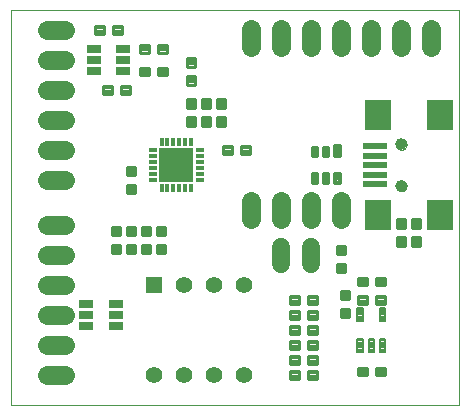
<source format=gts>
G75*
%MOIN*%
%OFA0B0*%
%FSLAX25Y25*%
%IPPOS*%
%LPD*%
%AMOC8*
5,1,8,0,0,1.08239X$1,22.5*
%
%ADD10C,0.00000*%
%ADD11C,0.01065*%
%ADD12C,0.06400*%
%ADD13C,0.06000*%
%ADD14C,0.05550*%
%ADD15R,0.05550X0.05550*%
%ADD16C,0.01381*%
%ADD17R,0.03156X0.01384*%
%ADD18R,0.01384X0.03156*%
%ADD19R,0.11227X0.11227*%
%ADD20C,0.00770*%
%ADD21R,0.09061X0.10243*%
%ADD22R,0.08274X0.02369*%
%ADD23C,0.03943*%
%ADD24R,0.04731X0.02762*%
D10*
X0030000Y0001800D02*
X0030000Y0133650D01*
X0179350Y0133650D01*
X0179350Y0001800D01*
X0030000Y0001800D01*
X0158228Y0074910D02*
X0158230Y0074994D01*
X0158236Y0075077D01*
X0158246Y0075160D01*
X0158260Y0075243D01*
X0158277Y0075325D01*
X0158299Y0075406D01*
X0158324Y0075485D01*
X0158353Y0075564D01*
X0158386Y0075641D01*
X0158422Y0075716D01*
X0158462Y0075790D01*
X0158505Y0075862D01*
X0158552Y0075931D01*
X0158602Y0075998D01*
X0158655Y0076063D01*
X0158711Y0076125D01*
X0158769Y0076185D01*
X0158831Y0076242D01*
X0158895Y0076295D01*
X0158962Y0076346D01*
X0159031Y0076393D01*
X0159102Y0076438D01*
X0159175Y0076478D01*
X0159250Y0076515D01*
X0159327Y0076549D01*
X0159405Y0076579D01*
X0159484Y0076605D01*
X0159565Y0076628D01*
X0159647Y0076646D01*
X0159729Y0076661D01*
X0159812Y0076672D01*
X0159895Y0076679D01*
X0159979Y0076682D01*
X0160063Y0076681D01*
X0160146Y0076676D01*
X0160230Y0076667D01*
X0160312Y0076654D01*
X0160394Y0076638D01*
X0160475Y0076617D01*
X0160556Y0076593D01*
X0160634Y0076565D01*
X0160712Y0076533D01*
X0160788Y0076497D01*
X0160862Y0076458D01*
X0160934Y0076416D01*
X0161004Y0076370D01*
X0161072Y0076321D01*
X0161137Y0076269D01*
X0161200Y0076214D01*
X0161260Y0076156D01*
X0161318Y0076095D01*
X0161372Y0076031D01*
X0161424Y0075965D01*
X0161472Y0075897D01*
X0161517Y0075826D01*
X0161558Y0075753D01*
X0161597Y0075679D01*
X0161631Y0075603D01*
X0161662Y0075525D01*
X0161689Y0075446D01*
X0161713Y0075365D01*
X0161732Y0075284D01*
X0161748Y0075202D01*
X0161760Y0075119D01*
X0161768Y0075035D01*
X0161772Y0074952D01*
X0161772Y0074868D01*
X0161768Y0074785D01*
X0161760Y0074701D01*
X0161748Y0074618D01*
X0161732Y0074536D01*
X0161713Y0074455D01*
X0161689Y0074374D01*
X0161662Y0074295D01*
X0161631Y0074217D01*
X0161597Y0074141D01*
X0161558Y0074067D01*
X0161517Y0073994D01*
X0161472Y0073923D01*
X0161424Y0073855D01*
X0161372Y0073789D01*
X0161318Y0073725D01*
X0161260Y0073664D01*
X0161200Y0073606D01*
X0161137Y0073551D01*
X0161072Y0073499D01*
X0161004Y0073450D01*
X0160934Y0073404D01*
X0160862Y0073362D01*
X0160788Y0073323D01*
X0160712Y0073287D01*
X0160634Y0073255D01*
X0160556Y0073227D01*
X0160475Y0073203D01*
X0160394Y0073182D01*
X0160312Y0073166D01*
X0160230Y0073153D01*
X0160146Y0073144D01*
X0160063Y0073139D01*
X0159979Y0073138D01*
X0159895Y0073141D01*
X0159812Y0073148D01*
X0159729Y0073159D01*
X0159647Y0073174D01*
X0159565Y0073192D01*
X0159484Y0073215D01*
X0159405Y0073241D01*
X0159327Y0073271D01*
X0159250Y0073305D01*
X0159175Y0073342D01*
X0159102Y0073382D01*
X0159031Y0073427D01*
X0158962Y0073474D01*
X0158895Y0073525D01*
X0158831Y0073578D01*
X0158769Y0073635D01*
X0158711Y0073695D01*
X0158655Y0073757D01*
X0158602Y0073822D01*
X0158552Y0073889D01*
X0158505Y0073958D01*
X0158462Y0074030D01*
X0158422Y0074104D01*
X0158386Y0074179D01*
X0158353Y0074256D01*
X0158324Y0074335D01*
X0158299Y0074414D01*
X0158277Y0074495D01*
X0158260Y0074577D01*
X0158246Y0074660D01*
X0158236Y0074743D01*
X0158230Y0074826D01*
X0158228Y0074910D01*
X0158228Y0088690D02*
X0158230Y0088774D01*
X0158236Y0088857D01*
X0158246Y0088940D01*
X0158260Y0089023D01*
X0158277Y0089105D01*
X0158299Y0089186D01*
X0158324Y0089265D01*
X0158353Y0089344D01*
X0158386Y0089421D01*
X0158422Y0089496D01*
X0158462Y0089570D01*
X0158505Y0089642D01*
X0158552Y0089711D01*
X0158602Y0089778D01*
X0158655Y0089843D01*
X0158711Y0089905D01*
X0158769Y0089965D01*
X0158831Y0090022D01*
X0158895Y0090075D01*
X0158962Y0090126D01*
X0159031Y0090173D01*
X0159102Y0090218D01*
X0159175Y0090258D01*
X0159250Y0090295D01*
X0159327Y0090329D01*
X0159405Y0090359D01*
X0159484Y0090385D01*
X0159565Y0090408D01*
X0159647Y0090426D01*
X0159729Y0090441D01*
X0159812Y0090452D01*
X0159895Y0090459D01*
X0159979Y0090462D01*
X0160063Y0090461D01*
X0160146Y0090456D01*
X0160230Y0090447D01*
X0160312Y0090434D01*
X0160394Y0090418D01*
X0160475Y0090397D01*
X0160556Y0090373D01*
X0160634Y0090345D01*
X0160712Y0090313D01*
X0160788Y0090277D01*
X0160862Y0090238D01*
X0160934Y0090196D01*
X0161004Y0090150D01*
X0161072Y0090101D01*
X0161137Y0090049D01*
X0161200Y0089994D01*
X0161260Y0089936D01*
X0161318Y0089875D01*
X0161372Y0089811D01*
X0161424Y0089745D01*
X0161472Y0089677D01*
X0161517Y0089606D01*
X0161558Y0089533D01*
X0161597Y0089459D01*
X0161631Y0089383D01*
X0161662Y0089305D01*
X0161689Y0089226D01*
X0161713Y0089145D01*
X0161732Y0089064D01*
X0161748Y0088982D01*
X0161760Y0088899D01*
X0161768Y0088815D01*
X0161772Y0088732D01*
X0161772Y0088648D01*
X0161768Y0088565D01*
X0161760Y0088481D01*
X0161748Y0088398D01*
X0161732Y0088316D01*
X0161713Y0088235D01*
X0161689Y0088154D01*
X0161662Y0088075D01*
X0161631Y0087997D01*
X0161597Y0087921D01*
X0161558Y0087847D01*
X0161517Y0087774D01*
X0161472Y0087703D01*
X0161424Y0087635D01*
X0161372Y0087569D01*
X0161318Y0087505D01*
X0161260Y0087444D01*
X0161200Y0087386D01*
X0161137Y0087331D01*
X0161072Y0087279D01*
X0161004Y0087230D01*
X0160934Y0087184D01*
X0160862Y0087142D01*
X0160788Y0087103D01*
X0160712Y0087067D01*
X0160634Y0087035D01*
X0160556Y0087007D01*
X0160475Y0086983D01*
X0160394Y0086962D01*
X0160312Y0086946D01*
X0160230Y0086933D01*
X0160146Y0086924D01*
X0160063Y0086919D01*
X0159979Y0086918D01*
X0159895Y0086921D01*
X0159812Y0086928D01*
X0159729Y0086939D01*
X0159647Y0086954D01*
X0159565Y0086972D01*
X0159484Y0086995D01*
X0159405Y0087021D01*
X0159327Y0087051D01*
X0159250Y0087085D01*
X0159175Y0087122D01*
X0159102Y0087162D01*
X0159031Y0087207D01*
X0158962Y0087254D01*
X0158895Y0087305D01*
X0158831Y0087358D01*
X0158769Y0087415D01*
X0158711Y0087475D01*
X0158655Y0087537D01*
X0158602Y0087602D01*
X0158552Y0087669D01*
X0158505Y0087738D01*
X0158462Y0087810D01*
X0158422Y0087884D01*
X0158386Y0087959D01*
X0158353Y0088036D01*
X0158324Y0088115D01*
X0158299Y0088194D01*
X0158277Y0088275D01*
X0158260Y0088357D01*
X0158246Y0088440D01*
X0158236Y0088523D01*
X0158230Y0088606D01*
X0158228Y0088690D01*
D11*
X0161243Y0063739D02*
X0161243Y0060861D01*
X0158757Y0060861D01*
X0158757Y0063739D01*
X0161243Y0063739D01*
X0161243Y0061925D02*
X0158757Y0061925D01*
X0158757Y0062989D02*
X0161243Y0062989D01*
X0166243Y0063739D02*
X0166243Y0060861D01*
X0163757Y0060861D01*
X0163757Y0063739D01*
X0166243Y0063739D01*
X0166243Y0061925D02*
X0163757Y0061925D01*
X0163757Y0062989D02*
X0166243Y0062989D01*
X0166243Y0057739D02*
X0166243Y0054861D01*
X0163757Y0054861D01*
X0163757Y0057739D01*
X0166243Y0057739D01*
X0166243Y0055925D02*
X0163757Y0055925D01*
X0163757Y0056989D02*
X0166243Y0056989D01*
X0161243Y0057739D02*
X0161243Y0054861D01*
X0158757Y0054861D01*
X0158757Y0057739D01*
X0161243Y0057739D01*
X0161243Y0055925D02*
X0158757Y0055925D01*
X0158757Y0056989D02*
X0161243Y0056989D01*
X0154439Y0041807D02*
X0151561Y0041807D01*
X0151561Y0044293D01*
X0154439Y0044293D01*
X0154439Y0041807D01*
X0154439Y0042871D02*
X0151561Y0042871D01*
X0151561Y0043935D02*
X0154439Y0043935D01*
X0148439Y0041807D02*
X0145561Y0041807D01*
X0145561Y0044293D01*
X0148439Y0044293D01*
X0148439Y0041807D01*
X0148439Y0042871D02*
X0145561Y0042871D01*
X0145561Y0043935D02*
X0148439Y0043935D01*
X0140007Y0039989D02*
X0140007Y0037111D01*
X0140007Y0039989D02*
X0142493Y0039989D01*
X0142493Y0037111D01*
X0140007Y0037111D01*
X0140007Y0038175D02*
X0142493Y0038175D01*
X0142493Y0039239D02*
X0140007Y0039239D01*
X0145561Y0038043D02*
X0148439Y0038043D01*
X0148439Y0035557D01*
X0145561Y0035557D01*
X0145561Y0038043D01*
X0145561Y0036621D02*
X0148439Y0036621D01*
X0148439Y0037685D02*
X0145561Y0037685D01*
X0140007Y0033989D02*
X0140007Y0031111D01*
X0140007Y0033989D02*
X0142493Y0033989D01*
X0142493Y0031111D01*
X0140007Y0031111D01*
X0140007Y0032175D02*
X0142493Y0032175D01*
X0142493Y0033239D02*
X0140007Y0033239D01*
X0131939Y0030557D02*
X0129061Y0030557D01*
X0129061Y0033043D01*
X0131939Y0033043D01*
X0131939Y0030557D01*
X0131939Y0031621D02*
X0129061Y0031621D01*
X0129061Y0032685D02*
X0131939Y0032685D01*
X0131939Y0035557D02*
X0129061Y0035557D01*
X0129061Y0038043D01*
X0131939Y0038043D01*
X0131939Y0035557D01*
X0131939Y0036621D02*
X0129061Y0036621D01*
X0129061Y0037685D02*
X0131939Y0037685D01*
X0125939Y0035557D02*
X0123061Y0035557D01*
X0123061Y0038043D01*
X0125939Y0038043D01*
X0125939Y0035557D01*
X0125939Y0036621D02*
X0123061Y0036621D01*
X0123061Y0037685D02*
X0125939Y0037685D01*
X0125939Y0030557D02*
X0123061Y0030557D01*
X0123061Y0033043D01*
X0125939Y0033043D01*
X0125939Y0030557D01*
X0125939Y0031621D02*
X0123061Y0031621D01*
X0123061Y0032685D02*
X0125939Y0032685D01*
X0125939Y0025557D02*
X0123061Y0025557D01*
X0123061Y0028043D01*
X0125939Y0028043D01*
X0125939Y0025557D01*
X0125939Y0026621D02*
X0123061Y0026621D01*
X0123061Y0027685D02*
X0125939Y0027685D01*
X0129061Y0025557D02*
X0131939Y0025557D01*
X0129061Y0025557D02*
X0129061Y0028043D01*
X0131939Y0028043D01*
X0131939Y0025557D01*
X0131939Y0026621D02*
X0129061Y0026621D01*
X0129061Y0027685D02*
X0131939Y0027685D01*
X0131939Y0020557D02*
X0129061Y0020557D01*
X0129061Y0023043D01*
X0131939Y0023043D01*
X0131939Y0020557D01*
X0131939Y0021621D02*
X0129061Y0021621D01*
X0129061Y0022685D02*
X0131939Y0022685D01*
X0131939Y0015557D02*
X0129061Y0015557D01*
X0129061Y0018043D01*
X0131939Y0018043D01*
X0131939Y0015557D01*
X0131939Y0016621D02*
X0129061Y0016621D01*
X0129061Y0017685D02*
X0131939Y0017685D01*
X0131939Y0010557D02*
X0129061Y0010557D01*
X0129061Y0013043D01*
X0131939Y0013043D01*
X0131939Y0010557D01*
X0131939Y0011621D02*
X0129061Y0011621D01*
X0129061Y0012685D02*
X0131939Y0012685D01*
X0125939Y0010557D02*
X0123061Y0010557D01*
X0123061Y0013043D01*
X0125939Y0013043D01*
X0125939Y0010557D01*
X0125939Y0011621D02*
X0123061Y0011621D01*
X0123061Y0012685D02*
X0125939Y0012685D01*
X0125939Y0015557D02*
X0123061Y0015557D01*
X0123061Y0018043D01*
X0125939Y0018043D01*
X0125939Y0015557D01*
X0125939Y0016621D02*
X0123061Y0016621D01*
X0123061Y0017685D02*
X0125939Y0017685D01*
X0125939Y0020557D02*
X0123061Y0020557D01*
X0123061Y0023043D01*
X0125939Y0023043D01*
X0125939Y0020557D01*
X0125939Y0021621D02*
X0123061Y0021621D01*
X0123061Y0022685D02*
X0125939Y0022685D01*
X0145561Y0014293D02*
X0148439Y0014293D01*
X0148439Y0011807D01*
X0145561Y0011807D01*
X0145561Y0014293D01*
X0145561Y0012871D02*
X0148439Y0012871D01*
X0148439Y0013935D02*
X0145561Y0013935D01*
X0151561Y0014293D02*
X0154439Y0014293D01*
X0154439Y0011807D01*
X0151561Y0011807D01*
X0151561Y0014293D01*
X0151561Y0012871D02*
X0154439Y0012871D01*
X0154439Y0013935D02*
X0151561Y0013935D01*
X0151561Y0038043D02*
X0154439Y0038043D01*
X0154439Y0035557D01*
X0151561Y0035557D01*
X0151561Y0038043D01*
X0151561Y0036621D02*
X0154439Y0036621D01*
X0154439Y0037685D02*
X0151561Y0037685D01*
X0141243Y0046111D02*
X0141243Y0048989D01*
X0141243Y0046111D02*
X0138757Y0046111D01*
X0138757Y0048989D01*
X0141243Y0048989D01*
X0141243Y0047175D02*
X0138757Y0047175D01*
X0138757Y0048239D02*
X0141243Y0048239D01*
X0141243Y0052111D02*
X0141243Y0054989D01*
X0141243Y0052111D02*
X0138757Y0052111D01*
X0138757Y0054989D01*
X0141243Y0054989D01*
X0141243Y0053175D02*
X0138757Y0053175D01*
X0138757Y0054239D02*
X0141243Y0054239D01*
X0109439Y0088043D02*
X0106561Y0088043D01*
X0109439Y0088043D02*
X0109439Y0085557D01*
X0106561Y0085557D01*
X0106561Y0088043D01*
X0106561Y0086621D02*
X0109439Y0086621D01*
X0109439Y0087685D02*
X0106561Y0087685D01*
X0103439Y0088043D02*
X0100561Y0088043D01*
X0103439Y0088043D02*
X0103439Y0085557D01*
X0100561Y0085557D01*
X0100561Y0088043D01*
X0100561Y0086621D02*
X0103439Y0086621D01*
X0103439Y0087685D02*
X0100561Y0087685D01*
X0101243Y0094861D02*
X0101243Y0097739D01*
X0101243Y0094861D02*
X0098757Y0094861D01*
X0098757Y0097739D01*
X0101243Y0097739D01*
X0101243Y0095925D02*
X0098757Y0095925D01*
X0098757Y0096989D02*
X0101243Y0096989D01*
X0096243Y0097739D02*
X0096243Y0094861D01*
X0093757Y0094861D01*
X0093757Y0097739D01*
X0096243Y0097739D01*
X0096243Y0095925D02*
X0093757Y0095925D01*
X0093757Y0096989D02*
X0096243Y0096989D01*
X0091243Y0097739D02*
X0091243Y0094861D01*
X0088757Y0094861D01*
X0088757Y0097739D01*
X0091243Y0097739D01*
X0091243Y0095925D02*
X0088757Y0095925D01*
X0088757Y0096989D02*
X0091243Y0096989D01*
X0091243Y0100861D02*
X0091243Y0103739D01*
X0091243Y0100861D02*
X0088757Y0100861D01*
X0088757Y0103739D01*
X0091243Y0103739D01*
X0091243Y0101925D02*
X0088757Y0101925D01*
X0088757Y0102989D02*
X0091243Y0102989D01*
X0096243Y0103739D02*
X0096243Y0100861D01*
X0093757Y0100861D01*
X0093757Y0103739D01*
X0096243Y0103739D01*
X0096243Y0101925D02*
X0093757Y0101925D01*
X0093757Y0102989D02*
X0096243Y0102989D01*
X0101243Y0103739D02*
X0101243Y0100861D01*
X0098757Y0100861D01*
X0098757Y0103739D01*
X0101243Y0103739D01*
X0101243Y0101925D02*
X0098757Y0101925D01*
X0098757Y0102989D02*
X0101243Y0102989D01*
X0091243Y0108611D02*
X0091243Y0111489D01*
X0091243Y0108611D02*
X0088757Y0108611D01*
X0088757Y0111489D01*
X0091243Y0111489D01*
X0091243Y0109675D02*
X0088757Y0109675D01*
X0088757Y0110739D02*
X0091243Y0110739D01*
X0091243Y0114611D02*
X0091243Y0117489D01*
X0091243Y0114611D02*
X0088757Y0114611D01*
X0088757Y0117489D01*
X0091243Y0117489D01*
X0091243Y0115675D02*
X0088757Y0115675D01*
X0088757Y0116739D02*
X0091243Y0116739D01*
X0081939Y0111807D02*
X0079061Y0111807D01*
X0079061Y0114293D01*
X0081939Y0114293D01*
X0081939Y0111807D01*
X0081939Y0112871D02*
X0079061Y0112871D01*
X0079061Y0113935D02*
X0081939Y0113935D01*
X0075939Y0111807D02*
X0073061Y0111807D01*
X0073061Y0114293D01*
X0075939Y0114293D01*
X0075939Y0111807D01*
X0075939Y0112871D02*
X0073061Y0112871D01*
X0073061Y0113935D02*
X0075939Y0113935D01*
X0075939Y0119307D02*
X0073061Y0119307D01*
X0073061Y0121793D01*
X0075939Y0121793D01*
X0075939Y0119307D01*
X0075939Y0120371D02*
X0073061Y0120371D01*
X0073061Y0121435D02*
X0075939Y0121435D01*
X0079061Y0119307D02*
X0081939Y0119307D01*
X0079061Y0119307D02*
X0079061Y0121793D01*
X0081939Y0121793D01*
X0081939Y0119307D01*
X0081939Y0120371D02*
X0079061Y0120371D01*
X0079061Y0121435D02*
X0081939Y0121435D01*
X0066939Y0125557D02*
X0064061Y0125557D01*
X0064061Y0128043D01*
X0066939Y0128043D01*
X0066939Y0125557D01*
X0066939Y0126621D02*
X0064061Y0126621D01*
X0064061Y0127685D02*
X0066939Y0127685D01*
X0060939Y0125557D02*
X0058061Y0125557D01*
X0058061Y0128043D01*
X0060939Y0128043D01*
X0060939Y0125557D01*
X0060939Y0126621D02*
X0058061Y0126621D01*
X0058061Y0127685D02*
X0060939Y0127685D01*
X0060561Y0105557D02*
X0063439Y0105557D01*
X0060561Y0105557D02*
X0060561Y0108043D01*
X0063439Y0108043D01*
X0063439Y0105557D01*
X0063439Y0106621D02*
X0060561Y0106621D01*
X0060561Y0107685D02*
X0063439Y0107685D01*
X0066561Y0105557D02*
X0069439Y0105557D01*
X0066561Y0105557D02*
X0066561Y0108043D01*
X0069439Y0108043D01*
X0069439Y0105557D01*
X0069439Y0106621D02*
X0066561Y0106621D01*
X0066561Y0107685D02*
X0069439Y0107685D01*
X0071243Y0081239D02*
X0071243Y0078361D01*
X0068757Y0078361D01*
X0068757Y0081239D01*
X0071243Y0081239D01*
X0071243Y0079425D02*
X0068757Y0079425D01*
X0068757Y0080489D02*
X0071243Y0080489D01*
X0071243Y0075239D02*
X0071243Y0072361D01*
X0068757Y0072361D01*
X0068757Y0075239D01*
X0071243Y0075239D01*
X0071243Y0073425D02*
X0068757Y0073425D01*
X0068757Y0074489D02*
X0071243Y0074489D01*
X0071243Y0061239D02*
X0071243Y0058361D01*
X0068757Y0058361D01*
X0068757Y0061239D01*
X0071243Y0061239D01*
X0071243Y0059425D02*
X0068757Y0059425D01*
X0068757Y0060489D02*
X0071243Y0060489D01*
X0076243Y0061239D02*
X0076243Y0058361D01*
X0073757Y0058361D01*
X0073757Y0061239D01*
X0076243Y0061239D01*
X0076243Y0059425D02*
X0073757Y0059425D01*
X0073757Y0060489D02*
X0076243Y0060489D01*
X0081243Y0061239D02*
X0081243Y0058361D01*
X0078757Y0058361D01*
X0078757Y0061239D01*
X0081243Y0061239D01*
X0081243Y0059425D02*
X0078757Y0059425D01*
X0078757Y0060489D02*
X0081243Y0060489D01*
X0081243Y0055239D02*
X0081243Y0052361D01*
X0078757Y0052361D01*
X0078757Y0055239D01*
X0081243Y0055239D01*
X0081243Y0053425D02*
X0078757Y0053425D01*
X0078757Y0054489D02*
X0081243Y0054489D01*
X0076243Y0055239D02*
X0076243Y0052361D01*
X0073757Y0052361D01*
X0073757Y0055239D01*
X0076243Y0055239D01*
X0076243Y0053425D02*
X0073757Y0053425D01*
X0073757Y0054489D02*
X0076243Y0054489D01*
X0071243Y0055239D02*
X0071243Y0052361D01*
X0068757Y0052361D01*
X0068757Y0055239D01*
X0071243Y0055239D01*
X0071243Y0053425D02*
X0068757Y0053425D01*
X0068757Y0054489D02*
X0071243Y0054489D01*
X0066243Y0055239D02*
X0066243Y0052361D01*
X0063757Y0052361D01*
X0063757Y0055239D01*
X0066243Y0055239D01*
X0066243Y0053425D02*
X0063757Y0053425D01*
X0063757Y0054489D02*
X0066243Y0054489D01*
X0066243Y0058361D02*
X0066243Y0061239D01*
X0066243Y0058361D02*
X0063757Y0058361D01*
X0063757Y0061239D01*
X0066243Y0061239D01*
X0066243Y0059425D02*
X0063757Y0059425D01*
X0063757Y0060489D02*
X0066243Y0060489D01*
D12*
X0048000Y0061800D02*
X0042000Y0061800D01*
X0042000Y0051800D02*
X0048000Y0051800D01*
X0048000Y0041800D02*
X0042000Y0041800D01*
X0042000Y0031800D02*
X0048000Y0031800D01*
X0048000Y0021800D02*
X0042000Y0021800D01*
X0042000Y0011800D02*
X0048000Y0011800D01*
X0110000Y0063800D02*
X0110000Y0069800D01*
X0120000Y0069800D02*
X0120000Y0063800D01*
X0130000Y0063800D02*
X0130000Y0069800D01*
X0140000Y0069800D02*
X0140000Y0063800D01*
X0140000Y0121300D02*
X0140000Y0127300D01*
X0150000Y0127300D02*
X0150000Y0121300D01*
X0160000Y0121300D02*
X0160000Y0127300D01*
X0170000Y0127300D02*
X0170000Y0121300D01*
X0130000Y0121300D02*
X0130000Y0127300D01*
X0120000Y0127300D02*
X0120000Y0121300D01*
X0110000Y0121300D02*
X0110000Y0127300D01*
X0048000Y0126800D02*
X0042000Y0126800D01*
X0042000Y0116800D02*
X0048000Y0116800D01*
X0048000Y0106800D02*
X0042000Y0106800D01*
X0042000Y0096800D02*
X0048000Y0096800D01*
X0048000Y0086800D02*
X0042000Y0086800D01*
X0042000Y0076800D02*
X0048000Y0076800D01*
D13*
X0120000Y0054600D02*
X0120000Y0049000D01*
X0130000Y0049000D02*
X0130000Y0054600D01*
D14*
X0107500Y0041800D03*
X0097500Y0041800D03*
X0087500Y0041800D03*
X0087500Y0011800D03*
X0077500Y0011800D03*
X0097500Y0011800D03*
X0107500Y0011800D03*
D15*
X0077500Y0041800D03*
D16*
X0130569Y0075991D02*
X0131951Y0075991D01*
X0130569Y0075991D02*
X0130569Y0078751D01*
X0131951Y0078751D01*
X0131951Y0075991D01*
X0131951Y0077371D02*
X0130569Y0077371D01*
X0130569Y0078751D02*
X0131951Y0078751D01*
X0134309Y0075991D02*
X0135691Y0075991D01*
X0134309Y0075991D02*
X0134309Y0078751D01*
X0135691Y0078751D01*
X0135691Y0075991D01*
X0135691Y0077371D02*
X0134309Y0077371D01*
X0134309Y0078751D02*
X0135691Y0078751D01*
X0138049Y0075991D02*
X0139431Y0075991D01*
X0138049Y0075991D02*
X0138049Y0078751D01*
X0139431Y0078751D01*
X0139431Y0075991D01*
X0139431Y0077371D02*
X0138049Y0077371D01*
X0138049Y0078751D02*
X0139431Y0078751D01*
X0139431Y0088003D02*
X0138049Y0088003D01*
X0139431Y0088003D02*
X0139431Y0084849D01*
X0138049Y0084849D01*
X0138049Y0088003D01*
X0138049Y0086229D02*
X0139431Y0086229D01*
X0139431Y0087609D02*
X0138049Y0087609D01*
X0135691Y0087609D02*
X0134309Y0087609D01*
X0135691Y0087609D02*
X0135691Y0084849D01*
X0134309Y0084849D01*
X0134309Y0087609D01*
X0134309Y0086229D02*
X0135691Y0086229D01*
X0135691Y0087609D02*
X0134309Y0087609D01*
X0131951Y0087609D02*
X0130569Y0087609D01*
X0131951Y0087609D02*
X0131951Y0084849D01*
X0130569Y0084849D01*
X0130569Y0087609D01*
X0130569Y0086229D02*
X0131951Y0086229D01*
X0131951Y0087609D02*
X0130569Y0087609D01*
D17*
X0092776Y0086700D03*
X0092776Y0084800D03*
X0092776Y0082800D03*
X0092776Y0080800D03*
X0092776Y0078800D03*
X0092776Y0076900D03*
X0077224Y0076900D03*
X0077224Y0078800D03*
X0077224Y0080800D03*
X0077224Y0082800D03*
X0077224Y0084800D03*
X0077224Y0086700D03*
D18*
X0080100Y0089576D03*
X0082000Y0089576D03*
X0084000Y0089576D03*
X0086000Y0089576D03*
X0088000Y0089576D03*
X0089900Y0089576D03*
X0089900Y0074024D03*
X0088000Y0074024D03*
X0086000Y0074024D03*
X0084000Y0074024D03*
X0082000Y0074024D03*
X0080100Y0074024D03*
D19*
X0085000Y0081800D03*
D20*
X0145363Y0029741D02*
X0147157Y0029741D01*
X0145363Y0029741D02*
X0145363Y0034095D01*
X0147157Y0034095D01*
X0147157Y0029741D01*
X0147157Y0030510D02*
X0145363Y0030510D01*
X0145363Y0031279D02*
X0147157Y0031279D01*
X0147157Y0032048D02*
X0145363Y0032048D01*
X0145363Y0032817D02*
X0147157Y0032817D01*
X0147157Y0033586D02*
X0145363Y0033586D01*
X0152843Y0029741D02*
X0154637Y0029741D01*
X0152843Y0029741D02*
X0152843Y0034095D01*
X0154637Y0034095D01*
X0154637Y0029741D01*
X0154637Y0030510D02*
X0152843Y0030510D01*
X0152843Y0031279D02*
X0154637Y0031279D01*
X0154637Y0032048D02*
X0152843Y0032048D01*
X0152843Y0032817D02*
X0154637Y0032817D01*
X0154637Y0033586D02*
X0152843Y0033586D01*
X0152843Y0019505D02*
X0154637Y0019505D01*
X0152843Y0019505D02*
X0152843Y0023859D01*
X0154637Y0023859D01*
X0154637Y0019505D01*
X0154637Y0020274D02*
X0152843Y0020274D01*
X0152843Y0021043D02*
X0154637Y0021043D01*
X0154637Y0021812D02*
X0152843Y0021812D01*
X0152843Y0022581D02*
X0154637Y0022581D01*
X0154637Y0023350D02*
X0152843Y0023350D01*
X0150897Y0019505D02*
X0149103Y0019505D01*
X0149103Y0023859D01*
X0150897Y0023859D01*
X0150897Y0019505D01*
X0150897Y0020274D02*
X0149103Y0020274D01*
X0149103Y0021043D02*
X0150897Y0021043D01*
X0150897Y0021812D02*
X0149103Y0021812D01*
X0149103Y0022581D02*
X0150897Y0022581D01*
X0150897Y0023350D02*
X0149103Y0023350D01*
X0147157Y0019505D02*
X0145363Y0019505D01*
X0145363Y0023859D01*
X0147157Y0023859D01*
X0147157Y0019505D01*
X0147157Y0020274D02*
X0145363Y0020274D01*
X0145363Y0021043D02*
X0147157Y0021043D01*
X0147157Y0021812D02*
X0145363Y0021812D01*
X0145363Y0022581D02*
X0147157Y0022581D01*
X0147157Y0023350D02*
X0145363Y0023350D01*
D21*
X0152126Y0065265D03*
X0172992Y0065265D03*
X0172992Y0098335D03*
X0152126Y0098335D03*
D22*
X0151142Y0088099D03*
X0151142Y0084950D03*
X0151142Y0081800D03*
X0151142Y0078650D03*
X0151142Y0075501D03*
D23*
X0160000Y0074910D03*
X0160000Y0088690D03*
D24*
X0067421Y0113060D03*
X0067421Y0116800D03*
X0067421Y0120540D03*
X0057579Y0120540D03*
X0057579Y0116800D03*
X0057579Y0113060D03*
X0055079Y0035540D03*
X0055079Y0031800D03*
X0055079Y0028060D03*
X0064921Y0028060D03*
X0064921Y0031800D03*
X0064921Y0035540D03*
M02*

</source>
